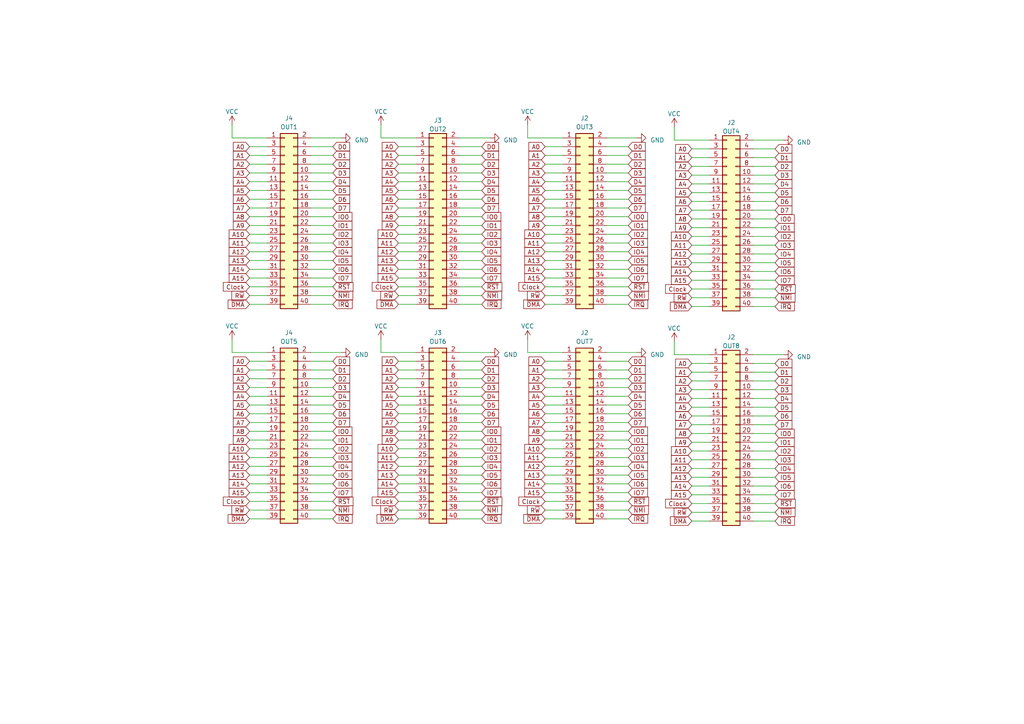
<source format=kicad_sch>
(kicad_sch (version 20230121) (generator eeschema)
  (paper "A4")
  (wire (pts (xy 90.17 142.875) (xy 96.52 142.875)))
  (wire (pts (xy 67.31 98.425) (xy 67.31 102.235)))
  (wire (pts (xy 90.17 55.245) (xy 96.52 55.245)))
  (wire (pts (xy 200.66 66.04) (xy 205.74 66.04)))
  (wire (pts (xy 133.35 142.875) (xy 139.7 142.875)))
  (wire (pts (xy 72.39 127.635) (xy 77.47 127.635)))
  (wire (pts (xy 218.44 78.74) (xy 224.79 78.74)))
  (wire (pts (xy 158.115 57.785) (xy 163.195 57.785)))
  (wire (pts (xy 153.035 36.195) (xy 153.035 40.005)))
  (wire (pts (xy 72.39 120.015) (xy 77.47 120.015)))
  (wire (pts (xy 158.115 117.475) (xy 163.195 117.475)))
  (wire (pts (xy 175.895 135.255) (xy 182.245 135.255)))
  (wire (pts (xy 90.17 65.405) (xy 96.52 65.405)))
  (wire (pts (xy 218.44 118.11) (xy 224.79 118.11)))
  (wire (pts (xy 200.66 60.96) (xy 205.74 60.96)))
  (wire (pts (xy 175.895 78.105) (xy 182.245 78.105)))
  (wire (pts (xy 195.58 99.06) (xy 195.58 102.87)))
  (wire (pts (xy 200.66 110.49) (xy 205.74 110.49)))
  (wire (pts (xy 133.35 83.185) (xy 139.7 83.185)))
  (wire (pts (xy 90.17 60.325) (xy 96.52 60.325)))
  (wire (pts (xy 175.895 42.545) (xy 182.245 42.545)))
  (wire (pts (xy 72.39 137.795) (xy 77.47 137.795)))
  (wire (pts (xy 133.35 120.015) (xy 139.7 120.015)))
  (wire (pts (xy 72.39 62.865) (xy 77.47 62.865)))
  (wire (pts (xy 200.66 71.12) (xy 205.74 71.12)))
  (wire (pts (xy 218.44 113.03) (xy 224.79 113.03)))
  (wire (pts (xy 175.895 57.785) (xy 182.245 57.785)))
  (wire (pts (xy 115.57 145.415) (xy 120.65 145.415)))
  (wire (pts (xy 175.895 150.495) (xy 182.245 150.495)))
  (wire (pts (xy 158.115 55.245) (xy 163.195 55.245)))
  (wire (pts (xy 90.17 70.485) (xy 96.52 70.485)))
  (wire (pts (xy 90.17 104.775) (xy 96.52 104.775)))
  (wire (pts (xy 90.17 117.475) (xy 96.52 117.475)))
  (wire (pts (xy 133.35 107.315) (xy 139.7 107.315)))
  (wire (pts (xy 158.115 107.315) (xy 163.195 107.315)))
  (wire (pts (xy 133.35 150.495) (xy 139.7 150.495)))
  (wire (pts (xy 133.35 62.865) (xy 139.7 62.865)))
  (wire (pts (xy 200.66 107.95) (xy 205.74 107.95)))
  (wire (pts (xy 115.57 125.095) (xy 120.65 125.095)))
  (wire (pts (xy 72.39 47.625) (xy 77.47 47.625)))
  (wire (pts (xy 90.17 78.105) (xy 96.52 78.105)))
  (wire (pts (xy 115.57 114.935) (xy 120.65 114.935)))
  (wire (pts (xy 200.66 138.43) (xy 205.74 138.43)))
  (wire (pts (xy 115.57 73.025) (xy 120.65 73.025)))
  (wire (pts (xy 90.17 114.935) (xy 96.52 114.935)))
  (wire (pts (xy 200.66 151.13) (xy 205.74 151.13)))
  (wire (pts (xy 115.57 78.105) (xy 120.65 78.105)))
  (wire (pts (xy 153.035 98.425) (xy 153.035 102.235)))
  (wire (pts (xy 158.115 135.255) (xy 163.195 135.255)))
  (wire (pts (xy 72.39 45.085) (xy 77.47 45.085)))
  (wire (pts (xy 158.115 120.015) (xy 163.195 120.015)))
  (wire (pts (xy 115.57 127.635) (xy 120.65 127.635)))
  (wire (pts (xy 72.39 88.265) (xy 77.47 88.265)))
  (wire (pts (xy 133.35 125.095) (xy 139.7 125.095)))
  (wire (pts (xy 175.895 112.395) (xy 182.245 112.395)))
  (wire (pts (xy 72.39 67.945) (xy 77.47 67.945)))
  (wire (pts (xy 133.35 122.555) (xy 139.7 122.555)))
  (wire (pts (xy 133.35 67.945) (xy 139.7 67.945)))
  (wire (pts (xy 133.35 112.395) (xy 139.7 112.395)))
  (wire (pts (xy 218.44 140.97) (xy 224.79 140.97)))
  (wire (pts (xy 115.57 140.335) (xy 120.65 140.335)))
  (wire (pts (xy 175.895 83.185) (xy 182.245 83.185)))
  (wire (pts (xy 90.17 109.855) (xy 96.52 109.855)))
  (wire (pts (xy 133.35 50.165) (xy 139.7 50.165)))
  (wire (pts (xy 218.44 115.57) (xy 224.79 115.57)))
  (wire (pts (xy 175.895 114.935) (xy 182.245 114.935)))
  (wire (pts (xy 175.895 107.315) (xy 182.245 107.315)))
  (wire (pts (xy 158.115 145.415) (xy 163.195 145.415)))
  (wire (pts (xy 158.115 109.855) (xy 163.195 109.855)))
  (wire (pts (xy 90.17 145.415) (xy 96.52 145.415)))
  (wire (pts (xy 90.17 73.025) (xy 96.52 73.025)))
  (wire (pts (xy 200.66 125.73) (xy 205.74 125.73)))
  (wire (pts (xy 227.33 102.87) (xy 218.44 102.87)))
  (wire (pts (xy 200.66 58.42) (xy 205.74 58.42)))
  (wire (pts (xy 133.35 147.955) (xy 139.7 147.955)))
  (wire (pts (xy 67.31 40.005) (xy 77.47 40.005)))
  (wire (pts (xy 72.39 109.855) (xy 77.47 109.855)))
  (wire (pts (xy 72.39 112.395) (xy 77.47 112.395)))
  (wire (pts (xy 175.895 132.715) (xy 182.245 132.715)))
  (wire (pts (xy 200.66 50.8) (xy 205.74 50.8)))
  (wire (pts (xy 115.57 47.625) (xy 120.65 47.625)))
  (wire (pts (xy 200.66 130.81) (xy 205.74 130.81)))
  (wire (pts (xy 175.895 45.085) (xy 182.245 45.085)))
  (wire (pts (xy 90.17 132.715) (xy 96.52 132.715)))
  (wire (pts (xy 115.57 85.725) (xy 120.65 85.725)))
  (wire (pts (xy 115.57 135.255) (xy 120.65 135.255)))
  (wire (pts (xy 158.115 60.325) (xy 163.195 60.325)))
  (wire (pts (xy 90.17 112.395) (xy 96.52 112.395)))
  (wire (pts (xy 133.35 130.175) (xy 139.7 130.175)))
  (wire (pts (xy 90.17 75.565) (xy 96.52 75.565)))
  (wire (pts (xy 115.57 42.545) (xy 120.65 42.545)))
  (wire (pts (xy 158.115 73.025) (xy 163.195 73.025)))
  (wire (pts (xy 133.35 57.785) (xy 139.7 57.785)))
  (wire (pts (xy 175.895 88.265) (xy 182.245 88.265)))
  (wire (pts (xy 158.115 122.555) (xy 163.195 122.555)))
  (wire (pts (xy 72.39 73.025) (xy 77.47 73.025)))
  (wire (pts (xy 218.44 71.12) (xy 224.79 71.12)))
  (wire (pts (xy 158.115 83.185) (xy 163.195 83.185)))
  (wire (pts (xy 218.44 105.41) (xy 224.79 105.41)))
  (wire (pts (xy 158.115 42.545) (xy 163.195 42.545)))
  (wire (pts (xy 133.35 45.085) (xy 139.7 45.085)))
  (wire (pts (xy 115.57 65.405) (xy 120.65 65.405)))
  (wire (pts (xy 158.115 85.725) (xy 163.195 85.725)))
  (wire (pts (xy 200.66 146.05) (xy 205.74 146.05)))
  (wire (pts (xy 200.66 120.65) (xy 205.74 120.65)))
  (wire (pts (xy 218.44 43.18) (xy 224.79 43.18)))
  (wire (pts (xy 175.895 109.855) (xy 182.245 109.855)))
  (wire (pts (xy 175.895 147.955) (xy 182.245 147.955)))
  (wire (pts (xy 90.17 80.645) (xy 96.52 80.645)))
  (wire (pts (xy 158.115 150.495) (xy 163.195 150.495)))
  (wire (pts (xy 133.35 117.475) (xy 139.7 117.475)))
  (wire (pts (xy 133.35 78.105) (xy 139.7 78.105)))
  (wire (pts (xy 218.44 53.34) (xy 224.79 53.34)))
  (wire (pts (xy 175.895 137.795) (xy 182.245 137.795)))
  (wire (pts (xy 200.66 78.74) (xy 205.74 78.74)))
  (wire (pts (xy 115.57 109.855) (xy 120.65 109.855)))
  (wire (pts (xy 110.49 102.235) (xy 120.65 102.235)))
  (wire (pts (xy 175.895 55.245) (xy 182.245 55.245)))
  (wire (pts (xy 115.57 67.945) (xy 120.65 67.945)))
  (wire (pts (xy 158.115 62.865) (xy 163.195 62.865)))
  (wire (pts (xy 175.895 65.405) (xy 182.245 65.405)))
  (wire (pts (xy 200.66 148.59) (xy 205.74 148.59)))
  (wire (pts (xy 133.35 55.245) (xy 139.7 55.245)))
  (wire (pts (xy 175.895 127.635) (xy 182.245 127.635)))
  (wire (pts (xy 90.17 107.315) (xy 96.52 107.315)))
  (wire (pts (xy 218.44 143.51) (xy 224.79 143.51)))
  (wire (pts (xy 90.17 130.175) (xy 96.52 130.175)))
  (wire (pts (xy 158.115 140.335) (xy 163.195 140.335)))
  (wire (pts (xy 72.39 147.955) (xy 77.47 147.955)))
  (wire (pts (xy 218.44 151.13) (xy 224.79 151.13)))
  (wire (pts (xy 90.17 150.495) (xy 96.52 150.495)))
  (wire (pts (xy 72.39 150.495) (xy 77.47 150.495)))
  (wire (pts (xy 99.06 102.235) (xy 90.17 102.235)))
  (wire (pts (xy 175.895 50.165) (xy 182.245 50.165)))
  (wire (pts (xy 158.115 75.565) (xy 163.195 75.565)))
  (wire (pts (xy 72.39 135.255) (xy 77.47 135.255)))
  (wire (pts (xy 72.39 140.335) (xy 77.47 140.335)))
  (wire (pts (xy 115.57 52.705) (xy 120.65 52.705)))
  (wire (pts (xy 90.17 42.545) (xy 96.52 42.545)))
  (wire (pts (xy 72.39 70.485) (xy 77.47 70.485)))
  (wire (pts (xy 200.66 115.57) (xy 205.74 115.57)))
  (wire (pts (xy 115.57 150.495) (xy 120.65 150.495)))
  (wire (pts (xy 200.66 43.18) (xy 205.74 43.18)))
  (wire (pts (xy 184.785 40.005) (xy 175.895 40.005)))
  (wire (pts (xy 72.39 125.095) (xy 77.47 125.095)))
  (wire (pts (xy 158.115 127.635) (xy 163.195 127.635)))
  (wire (pts (xy 115.57 50.165) (xy 120.65 50.165)))
  (wire (pts (xy 200.66 140.97) (xy 205.74 140.97)))
  (wire (pts (xy 90.17 147.955) (xy 96.52 147.955)))
  (wire (pts (xy 72.39 107.315) (xy 77.47 107.315)))
  (wire (pts (xy 133.35 137.795) (xy 139.7 137.795)))
  (wire (pts (xy 200.66 86.36) (xy 205.74 86.36)))
  (wire (pts (xy 90.17 52.705) (xy 96.52 52.705)))
  (wire (pts (xy 133.35 109.855) (xy 139.7 109.855)))
  (wire (pts (xy 200.66 73.66) (xy 205.74 73.66)))
  (wire (pts (xy 158.115 130.175) (xy 163.195 130.175)))
  (wire (pts (xy 200.66 48.26) (xy 205.74 48.26)))
  (wire (pts (xy 133.35 47.625) (xy 139.7 47.625)))
  (wire (pts (xy 115.57 70.485) (xy 120.65 70.485)))
  (wire (pts (xy 90.17 122.555) (xy 96.52 122.555)))
  (wire (pts (xy 133.35 70.485) (xy 139.7 70.485)))
  (wire (pts (xy 133.35 104.775) (xy 139.7 104.775)))
  (wire (pts (xy 200.66 45.72) (xy 205.74 45.72)))
  (wire (pts (xy 133.35 42.545) (xy 139.7 42.545)))
  (wire (pts (xy 218.44 50.8) (xy 224.79 50.8)))
  (wire (pts (xy 115.57 107.315) (xy 120.65 107.315)))
  (wire (pts (xy 115.57 62.865) (xy 120.65 62.865)))
  (wire (pts (xy 133.35 65.405) (xy 139.7 65.405)))
  (wire (pts (xy 200.66 55.88) (xy 205.74 55.88)))
  (wire (pts (xy 72.39 78.105) (xy 77.47 78.105)))
  (wire (pts (xy 175.895 47.625) (xy 182.245 47.625)))
  (wire (pts (xy 200.66 76.2) (xy 205.74 76.2)))
  (wire (pts (xy 200.66 143.51) (xy 205.74 143.51)))
  (wire (pts (xy 115.57 57.785) (xy 120.65 57.785)))
  (wire (pts (xy 90.17 137.795) (xy 96.52 137.795)))
  (wire (pts (xy 200.66 113.03) (xy 205.74 113.03)))
  (wire (pts (xy 72.39 117.475) (xy 77.47 117.475)))
  (wire (pts (xy 115.57 147.955) (xy 120.65 147.955)))
  (wire (pts (xy 115.57 117.475) (xy 120.65 117.475)))
  (wire (pts (xy 158.115 67.945) (xy 163.195 67.945)))
  (wire (pts (xy 142.24 102.235) (xy 133.35 102.235)))
  (wire (pts (xy 133.35 140.335) (xy 139.7 140.335)))
  (wire (pts (xy 115.57 130.175) (xy 120.65 130.175)))
  (wire (pts (xy 133.35 60.325) (xy 139.7 60.325)))
  (wire (pts (xy 90.17 127.635) (xy 96.52 127.635)))
  (wire (pts (xy 175.895 73.025) (xy 182.245 73.025)))
  (wire (pts (xy 115.57 83.185) (xy 120.65 83.185)))
  (wire (pts (xy 72.39 142.875) (xy 77.47 142.875)))
  (wire (pts (xy 200.66 53.34) (xy 205.74 53.34)))
  (wire (pts (xy 115.57 75.565) (xy 120.65 75.565)))
  (wire (pts (xy 115.57 120.015) (xy 120.65 120.015)))
  (wire (pts (xy 115.57 132.715) (xy 120.65 132.715)))
  (wire (pts (xy 158.115 132.715) (xy 163.195 132.715)))
  (wire (pts (xy 218.44 107.95) (xy 224.79 107.95)))
  (wire (pts (xy 115.57 112.395) (xy 120.65 112.395)))
  (wire (pts (xy 175.895 75.565) (xy 182.245 75.565)))
  (wire (pts (xy 72.39 130.175) (xy 77.47 130.175)))
  (wire (pts (xy 175.895 52.705) (xy 182.245 52.705)))
  (wire (pts (xy 218.44 148.59) (xy 224.79 148.59)))
  (wire (pts (xy 218.44 58.42) (xy 224.79 58.42)))
  (wire (pts (xy 72.39 83.185) (xy 77.47 83.185)))
  (wire (pts (xy 175.895 60.325) (xy 182.245 60.325)))
  (wire (pts (xy 133.35 73.025) (xy 139.7 73.025)))
  (wire (pts (xy 115.57 55.245) (xy 120.65 55.245)))
  (wire (pts (xy 218.44 81.28) (xy 224.79 81.28)))
  (wire (pts (xy 72.39 132.715) (xy 77.47 132.715)))
  (wire (pts (xy 110.49 36.195) (xy 110.49 40.005)))
  (wire (pts (xy 200.66 133.35) (xy 205.74 133.35)))
  (wire (pts (xy 133.35 145.415) (xy 139.7 145.415)))
  (wire (pts (xy 72.39 52.705) (xy 77.47 52.705)))
  (wire (pts (xy 90.17 140.335) (xy 96.52 140.335)))
  (wire (pts (xy 200.66 63.5) (xy 205.74 63.5)))
  (wire (pts (xy 72.39 85.725) (xy 77.47 85.725)))
  (wire (pts (xy 175.895 145.415) (xy 182.245 145.415)))
  (wire (pts (xy 175.895 120.015) (xy 182.245 120.015)))
  (wire (pts (xy 218.44 135.89) (xy 224.79 135.89)))
  (wire (pts (xy 133.35 114.935) (xy 139.7 114.935)))
  (wire (pts (xy 90.17 50.165) (xy 96.52 50.165)))
  (wire (pts (xy 200.66 83.82) (xy 205.74 83.82)))
  (wire (pts (xy 175.895 117.475) (xy 182.245 117.475)))
  (wire (pts (xy 175.895 70.485) (xy 182.245 70.485)))
  (wire (pts (xy 200.66 135.89) (xy 205.74 135.89)))
  (wire (pts (xy 218.44 146.05) (xy 224.79 146.05)))
  (wire (pts (xy 90.17 57.785) (xy 96.52 57.785)))
  (wire (pts (xy 72.39 60.325) (xy 77.47 60.325)))
  (wire (pts (xy 67.31 36.195) (xy 67.31 40.005)))
  (wire (pts (xy 200.66 105.41) (xy 205.74 105.41)))
  (wire (pts (xy 90.17 135.255) (xy 96.52 135.255)))
  (wire (pts (xy 115.57 60.325) (xy 120.65 60.325)))
  (wire (pts (xy 153.035 40.005) (xy 163.195 40.005)))
  (wire (pts (xy 195.58 102.87) (xy 205.74 102.87)))
  (wire (pts (xy 200.66 118.11) (xy 205.74 118.11)))
  (wire (pts (xy 218.44 130.81) (xy 224.79 130.81)))
  (wire (pts (xy 158.115 104.775) (xy 163.195 104.775)))
  (wire (pts (xy 227.33 40.64) (xy 218.44 40.64)))
  (wire (pts (xy 72.39 65.405) (xy 77.47 65.405)))
  (wire (pts (xy 175.895 104.775) (xy 182.245 104.775)))
  (wire (pts (xy 218.44 133.35) (xy 224.79 133.35)))
  (wire (pts (xy 133.35 127.635) (xy 139.7 127.635)))
  (wire (pts (xy 133.35 75.565) (xy 139.7 75.565)))
  (wire (pts (xy 90.17 88.265) (xy 96.52 88.265)))
  (wire (pts (xy 72.39 104.775) (xy 77.47 104.775)))
  (wire (pts (xy 133.35 80.645) (xy 139.7 80.645)))
  (wire (pts (xy 175.895 80.645) (xy 182.245 80.645)))
  (wire (pts (xy 90.17 47.625) (xy 96.52 47.625)))
  (wire (pts (xy 133.35 135.255) (xy 139.7 135.255)))
  (wire (pts (xy 90.17 62.865) (xy 96.52 62.865)))
  (wire (pts (xy 110.49 98.425) (xy 110.49 102.235)))
  (wire (pts (xy 158.115 47.625) (xy 163.195 47.625)))
  (wire (pts (xy 158.115 125.095) (xy 163.195 125.095)))
  (wire (pts (xy 72.39 114.935) (xy 77.47 114.935)))
  (wire (pts (xy 133.35 88.265) (xy 139.7 88.265)))
  (wire (pts (xy 90.17 125.095) (xy 96.52 125.095)))
  (wire (pts (xy 115.57 122.555) (xy 120.65 122.555)))
  (wire (pts (xy 115.57 45.085) (xy 120.65 45.085)))
  (wire (pts (xy 72.39 75.565) (xy 77.47 75.565)))
  (wire (pts (xy 218.44 128.27) (xy 224.79 128.27)))
  (wire (pts (xy 175.895 67.945) (xy 182.245 67.945)))
  (wire (pts (xy 72.39 50.165) (xy 77.47 50.165)))
  (wire (pts (xy 158.115 80.645) (xy 163.195 80.645)))
  (wire (pts (xy 90.17 45.085) (xy 96.52 45.085)))
  (wire (pts (xy 142.24 40.005) (xy 133.35 40.005)))
  (wire (pts (xy 158.115 52.705) (xy 163.195 52.705)))
  (wire (pts (xy 200.66 68.58) (xy 205.74 68.58)))
  (wire (pts (xy 72.39 57.785) (xy 77.47 57.785)))
  (wire (pts (xy 90.17 67.945) (xy 96.52 67.945)))
  (wire (pts (xy 72.39 42.545) (xy 77.47 42.545)))
  (wire (pts (xy 218.44 68.58) (xy 224.79 68.58)))
  (wire (pts (xy 72.39 80.645) (xy 77.47 80.645)))
  (wire (pts (xy 200.66 128.27) (xy 205.74 128.27)))
  (wire (pts (xy 158.115 137.795) (xy 163.195 137.795)))
  (wire (pts (xy 158.115 142.875) (xy 163.195 142.875)))
  (wire (pts (xy 200.66 123.19) (xy 205.74 123.19)))
  (wire (pts (xy 133.35 52.705) (xy 139.7 52.705)))
  (wire (pts (xy 200.66 88.9) (xy 205.74 88.9)))
  (wire (pts (xy 195.58 36.83) (xy 195.58 40.64)))
  (wire (pts (xy 158.115 114.935) (xy 163.195 114.935)))
  (wire (pts (xy 90.17 85.725) (xy 96.52 85.725)))
  (wire (pts (xy 218.44 86.36) (xy 224.79 86.36)))
  (wire (pts (xy 218.44 60.96) (xy 224.79 60.96)))
  (wire (pts (xy 175.895 62.865) (xy 182.245 62.865)))
  (wire (pts (xy 72.39 55.245) (xy 77.47 55.245)))
  (wire (pts (xy 218.44 66.04) (xy 224.79 66.04)))
  (wire (pts (xy 218.44 83.82) (xy 224.79 83.82)))
  (wire (pts (xy 218.44 138.43) (xy 224.79 138.43)))
  (wire (pts (xy 218.44 88.9) (xy 224.79 88.9)))
  (wire (pts (xy 158.115 65.405) (xy 163.195 65.405)))
  (wire (pts (xy 158.115 88.265) (xy 163.195 88.265)))
  (wire (pts (xy 218.44 55.88) (xy 224.79 55.88)))
  (wire (pts (xy 115.57 88.265) (xy 120.65 88.265)))
  (wire (pts (xy 218.44 110.49) (xy 224.79 110.49)))
  (wire (pts (xy 218.44 125.73) (xy 224.79 125.73)))
  (wire (pts (xy 218.44 48.26) (xy 224.79 48.26)))
  (wire (pts (xy 115.57 142.875) (xy 120.65 142.875)))
  (wire (pts (xy 175.895 130.175) (xy 182.245 130.175)))
  (wire (pts (xy 158.115 70.485) (xy 163.195 70.485)))
  (wire (pts (xy 133.35 85.725) (xy 139.7 85.725)))
  (wire (pts (xy 218.44 45.72) (xy 224.79 45.72)))
  (wire (pts (xy 175.895 125.095) (xy 182.245 125.095)))
  (wire (pts (xy 72.39 145.415) (xy 77.47 145.415)))
  (wire (pts (xy 175.895 140.335) (xy 182.245 140.335)))
  (wire (pts (xy 99.06 40.005) (xy 90.17 40.005)))
  (wire (pts (xy 218.44 123.19) (xy 224.79 123.19)))
  (wire (pts (xy 175.895 85.725) (xy 182.245 85.725)))
  (wire (pts (xy 153.035 102.235) (xy 163.195 102.235)))
  (wire (pts (xy 158.115 45.085) (xy 163.195 45.085)))
  (wire (pts (xy 158.115 112.395) (xy 163.195 112.395)))
  (wire (pts (xy 115.57 80.645) (xy 120.65 80.645)))
  (wire (pts (xy 158.115 78.105) (xy 163.195 78.105)))
  (wire (pts (xy 195.58 40.64) (xy 205.74 40.64)))
  (wire (pts (xy 218.44 120.65) (xy 224.79 120.65)))
  (wire (pts (xy 184.785 102.235) (xy 175.895 102.235)))
  (wire (pts (xy 90.17 120.015) (xy 96.52 120.015)))
  (wire (pts (xy 158.115 147.955) (xy 163.195 147.955)))
  (wire (pts (xy 115.57 104.775) (xy 120.65 104.775)))
  (wire (pts (xy 218.44 76.2) (xy 224.79 76.2)))
  (wire (pts (xy 72.39 122.555) (xy 77.47 122.555)))
  (wire (pts (xy 218.44 73.66) (xy 224.79 73.66)))
  (wire (pts (xy 218.44 63.5) (xy 224.79 63.5)))
  (wire (pts (xy 175.895 122.555) (xy 182.245 122.555)))
  (wire (pts (xy 158.115 50.165) (xy 163.195 50.165)))
  (wire (pts (xy 67.31 102.235) (xy 77.47 102.235)))
  (wire (pts (xy 133.35 132.715) (xy 139.7 132.715)))
  (wire (pts (xy 175.895 142.875) (xy 182.245 142.875)))
  (wire (pts (xy 90.17 83.185) (xy 96.52 83.185)))
  (wire (pts (xy 200.66 81.28) (xy 205.74 81.28)))
  (wire (pts (xy 115.57 137.795) (xy 120.65 137.795)))
  (wire (pts (xy 110.49 40.005) (xy 120.65 40.005)))
  (global_label "IO7" (shape input) (at 182.245 80.645 0) (property "Intersheetrefs" "${INTERSHEET_REFS}" (effects hide)))
  (global_label "A5" (shape input) (at 158.115 55.245 180) (property "Intersheetrefs" "${INTERSHEET_REFS}" (effects hide)))
  (global_label "A12" (shape input) (at 200.66 73.66 180) (property "Intersheetrefs" "${INTERSHEET_REFS}" (effects hide)))
  (global_label "IO4" (shape input) (at 224.79 73.66 0) (property "Intersheetrefs" "${INTERSHEET_REFS}" (effects hide)))
  (global_label "D1" (shape input) (at 139.7 45.085 0) (property "Intersheetrefs" "${INTERSHEET_REFS}" (effects hide)))
  (global_label "A10" (shape input) (at 158.115 67.945 180) (property "Intersheetrefs" "${INTERSHEET_REFS}" (effects hide)))
  (global_label "R~{W}" (shape input) (at 72.39 147.955 180) (property "Intersheetrefs" "${INTERSHEET_REFS}" (effects hide)))
  (global_label "A10" (shape input) (at 200.66 68.58 180) (property "Intersheetrefs" "${INTERSHEET_REFS}" (effects hide)))
  (global_label "D7" (shape input) (at 182.245 122.555 0) (property "Intersheetrefs" "${INTERSHEET_REFS}" (effects hide)))
  (global_label "A12" (shape input) (at 158.115 135.255 180) (property "Intersheetrefs" "${INTERSHEET_REFS}" (effects hide)))
  (global_label "D4" (shape input) (at 182.245 52.705 0) (property "Intersheetrefs" "${INTERSHEET_REFS}" (effects hide)))
  (global_label "A11" (shape input) (at 72.39 132.715 180) (property "Intersheetrefs" "${INTERSHEET_REFS}" (effects hide)))
  (global_label "IO6" (shape input) (at 96.52 140.335 0) (property "Intersheetrefs" "${INTERSHEET_REFS}" (effects hide)))
  (global_label "IO4" (shape input) (at 224.79 135.89 0) (property "Intersheetrefs" "${INTERSHEET_REFS}" (effects hide)))
  (global_label "Clock" (shape input) (at 72.39 83.185 180) (property "Intersheetrefs" "${INTERSHEET_REFS}" (effects hide)))
  (global_label "IO3" (shape input) (at 224.79 133.35 0) (property "Intersheetrefs" "${INTERSHEET_REFS}" (effects hide)))
  (global_label "~{RST}" (shape input) (at 182.245 145.415 0) (property "Intersheetrefs" "${INTERSHEET_REFS}" (effects hide)))
  (global_label "IO6" (shape input) (at 139.7 78.105 0) (property "Intersheetrefs" "${INTERSHEET_REFS}" (effects hide)))
  (global_label "R~{W}" (shape input) (at 115.57 85.725 180) (property "Intersheetrefs" "${INTERSHEET_REFS}" (effects hide)))
  (global_label "A15" (shape input) (at 72.39 142.875 180) (property "Intersheetrefs" "${INTERSHEET_REFS}" (effects hide)))
  (global_label "IO3" (shape input) (at 139.7 70.485 0) (property "Intersheetrefs" "${INTERSHEET_REFS}" (effects hide)))
  (global_label "IO6" (shape input) (at 224.79 78.74 0) (property "Intersheetrefs" "${INTERSHEET_REFS}" (effects hide)))
  (global_label "IO5" (shape input) (at 224.79 138.43 0) (property "Intersheetrefs" "${INTERSHEET_REFS}" (effects hide)))
  (global_label "A7" (shape input) (at 72.39 122.555 180) (property "Intersheetrefs" "${INTERSHEET_REFS}" (effects hide)))
  (global_label "D6" (shape input) (at 182.245 120.015 0) (property "Intersheetrefs" "${INTERSHEET_REFS}" (effects hide)))
  (global_label "A13" (shape input) (at 158.115 137.795 180) (property "Intersheetrefs" "${INTERSHEET_REFS}" (effects hide)))
  (global_label "IO6" (shape input) (at 182.245 78.105 0) (property "Intersheetrefs" "${INTERSHEET_REFS}" (effects hide)))
  (global_label "A5" (shape input) (at 72.39 117.475 180) (property "Intersheetrefs" "${INTERSHEET_REFS}" (effects hide)))
  (global_label "D5" (shape input) (at 139.7 117.475 0) (property "Intersheetrefs" "${INTERSHEET_REFS}" (effects hide)))
  (global_label "D6" (shape input) (at 96.52 57.785 0) (property "Intersheetrefs" "${INTERSHEET_REFS}" (effects hide)))
  (global_label "~{IRQ}" (shape input) (at 96.52 88.265 0) (property "Intersheetrefs" "${INTERSHEET_REFS}" (effects hide)))
  (global_label "~{RST}" (shape input) (at 182.245 83.185 0) (property "Intersheetrefs" "${INTERSHEET_REFS}" (effects hide)))
  (global_label "IO1" (shape input) (at 96.52 65.405 0) (property "Intersheetrefs" "${INTERSHEET_REFS}" (effects hide)))
  (global_label "A0" (shape input) (at 72.39 104.775 180) (property "Intersheetrefs" "${INTERSHEET_REFS}" (effects hide)))
  (global_label "A7" (shape input) (at 158.115 122.555 180) (property "Intersheetrefs" "${INTERSHEET_REFS}" (effects hide)))
  (global_label "D5" (shape input) (at 96.52 117.475 0) (property "Intersheetrefs" "${INTERSHEET_REFS}" (effects hide)))
  (global_label "IO7" (shape input) (at 139.7 142.875 0) (property "Intersheetrefs" "${INTERSHEET_REFS}" (effects hide)))
  (global_label "A12" (shape input) (at 72.39 135.255 180) (property "Intersheetrefs" "${INTERSHEET_REFS}" (effects hide)))
  (global_label "A9" (shape input) (at 72.39 127.635 180) (property "Intersheetrefs" "${INTERSHEET_REFS}" (effects hide)))
  (global_label "A14" (shape input) (at 115.57 140.335 180) (property "Intersheetrefs" "${INTERSHEET_REFS}" (effects hide)))
  (global_label "IO7" (shape input) (at 182.245 142.875 0) (property "Intersheetrefs" "${INTERSHEET_REFS}" (effects hide)))
  (global_label "IO0" (shape input) (at 139.7 125.095 0) (property "Intersheetrefs" "${INTERSHEET_REFS}" (effects hide)))
  (global_label "IO0" (shape input) (at 139.7 62.865 0) (property "Intersheetrefs" "${INTERSHEET_REFS}" (effects hide)))
  (global_label "IO6" (shape input) (at 182.245 140.335 0) (property "Intersheetrefs" "${INTERSHEET_REFS}" (effects hide)))
  (global_label "~{NMI}" (shape input) (at 96.52 85.725 0) (property "Intersheetrefs" "${INTERSHEET_REFS}" (effects hide)))
  (global_label "A1" (shape input) (at 158.115 45.085 180) (property "Intersheetrefs" "${INTERSHEET_REFS}" (effects hide)))
  (global_label "~{RST}" (shape input) (at 96.52 145.415 0) (property "Intersheetrefs" "${INTERSHEET_REFS}" (effects hide)))
  (global_label "~{RST}" (shape input) (at 224.79 146.05 0) (property "Intersheetrefs" "${INTERSHEET_REFS}" (effects hide)))
  (global_label "D0" (shape input) (at 224.79 43.18 0) (property "Intersheetrefs" "${INTERSHEET_REFS}" (effects hide)))
  (global_label "D7" (shape input) (at 224.79 123.19 0) (property "Intersheetrefs" "${INTERSHEET_REFS}" (effects hide)))
  (global_label "Clock" (shape input) (at 200.66 83.82 180) (property "Intersheetrefs" "${INTERSHEET_REFS}" (effects hide)))
  (global_label "D7" (shape input) (at 139.7 122.555 0) (property "Intersheetrefs" "${INTERSHEET_REFS}" (effects hide)))
  (global_label "D4" (shape input) (at 224.79 115.57 0) (property "Intersheetrefs" "${INTERSHEET_REFS}" (effects hide)))
  (global_label "A12" (shape input) (at 115.57 73.025 180) (property "Intersheetrefs" "${INTERSHEET_REFS}" (effects hide)))
  (global_label "IO6" (shape input) (at 139.7 140.335 0) (property "Intersheetrefs" "${INTERSHEET_REFS}" (effects hide)))
  (global_label "A10" (shape input) (at 72.39 130.175 180) (property "Intersheetrefs" "${INTERSHEET_REFS}" (effects hide)))
  (global_label "A7" (shape input) (at 115.57 60.325 180) (property "Intersheetrefs" "${INTERSHEET_REFS}" (effects hide)))
  (global_label "IO0" (shape input) (at 224.79 125.73 0) (property "Intersheetrefs" "${INTERSHEET_REFS}" (effects hide)))
  (global_label "A11" (shape input) (at 158.115 70.485 180) (property "Intersheetrefs" "${INTERSHEET_REFS}" (effects hide)))
  (global_label "A8" (shape input) (at 158.115 62.865 180) (property "Intersheetrefs" "${INTERSHEET_REFS}" (effects hide)))
  (global_label "D6" (shape input) (at 224.79 120.65 0) (property "Intersheetrefs" "${INTERSHEET_REFS}" (effects hide)))
  (global_label "~{IRQ}" (shape input) (at 224.79 151.13 0) (property "Intersheetrefs" "${INTERSHEET_REFS}" (effects hide)))
  (global_label "A13" (shape input) (at 115.57 75.565 180) (property "Intersheetrefs" "${INTERSHEET_REFS}" (effects hide)))
  (global_label "IO1" (shape input) (at 224.79 128.27 0) (property "Intersheetrefs" "${INTERSHEET_REFS}" (effects hide)))
  (global_label "D1" (shape input) (at 96.52 107.315 0) (property "Intersheetrefs" "${INTERSHEET_REFS}" (effects hide)))
  (global_label "D3" (shape input) (at 139.7 112.395 0) (property "Intersheetrefs" "${INTERSHEET_REFS}" (effects hide)))
  (global_label "A14" (shape input) (at 72.39 78.105 180) (property "Intersheetrefs" "${INTERSHEET_REFS}" (effects hide)))
  (global_label "A10" (shape input) (at 72.39 67.945 180) (property "Intersheetrefs" "${INTERSHEET_REFS}" (effects hide)))
  (global_label "D4" (shape input) (at 96.52 114.935 0) (property "Intersheetrefs" "${INTERSHEET_REFS}" (effects hide)))
  (global_label "Clock" (shape input) (at 158.115 145.415 180) (property "Intersheetrefs" "${INTERSHEET_REFS}" (effects hide)))
  (global_label "A9" (shape input) (at 115.57 127.635 180) (property "Intersheetrefs" "${INTERSHEET_REFS}" (effects hide)))
  (global_label "IO4" (shape input) (at 96.52 135.255 0) (property "Intersheetrefs" "${INTERSHEET_REFS}" (effects hide)))
  (global_label "A5" (shape input) (at 72.39 55.245 180) (property "Intersheetrefs" "${INTERSHEET_REFS}" (effects hide)))
  (global_label "A10" (shape input) (at 115.57 67.945 180) (property "Intersheetrefs" "${INTERSHEET_REFS}" (effects hide)))
  (global_label "D1" (shape input) (at 182.245 107.315 0) (property "Intersheetrefs" "${INTERSHEET_REFS}" (effects hide)))
  (global_label "~{IRQ}" (shape input) (at 139.7 150.495 0) (property "Intersheetrefs" "${INTERSHEET_REFS}" (effects hide)))
  (global_label "A3" (shape input) (at 200.66 50.8 180) (property "Intersheetrefs" "${INTERSHEET_REFS}" (effects hide)))
  (global_label "A11" (shape input) (at 200.66 133.35 180) (property "Intersheetrefs" "${INTERSHEET_REFS}" (effects hide)))
  (global_label "D7" (shape input) (at 139.7 60.325 0) (property "Intersheetrefs" "${INTERSHEET_REFS}" (effects hide)))
  (global_label "A3" (shape input) (at 115.57 112.395 180) (property "Intersheetrefs" "${INTERSHEET_REFS}" (effects hide)))
  (global_label "IO2" (shape input) (at 224.79 68.58 0) (property "Intersheetrefs" "${INTERSHEET_REFS}" (effects hide)))
  (global_label "A15" (shape input) (at 200.66 81.28 180) (property "Intersheetrefs" "${INTERSHEET_REFS}" (effects hide)))
  (global_label "IO5" (shape input) (at 224.79 76.2 0) (property "Intersheetrefs" "${INTERSHEET_REFS}" (effects hide)))
  (global_label "A10" (shape input) (at 115.57 130.175 180) (property "Intersheetrefs" "${INTERSHEET_REFS}" (effects hide)))
  (global_label "IO3" (shape input) (at 182.245 70.485 0) (property "Intersheetrefs" "${INTERSHEET_REFS}" (effects hide)))
  (global_label "IO1" (shape input) (at 96.52 127.635 0) (property "Intersheetrefs" "${INTERSHEET_REFS}" (effects hide)))
  (global_label "A5" (shape input) (at 158.115 117.475 180) (property "Intersheetrefs" "${INTERSHEET_REFS}" (effects hide)))
  (global_label "~{NMI}" (shape input) (at 96.52 147.955 0) (property "Intersheetrefs" "${INTERSHEET_REFS}" (effects hide)))
  (global_label "A3" (shape input) (at 72.39 112.395 180) (property "Intersheetrefs" "${INTERSHEET_REFS}" (effects hide)))
  (global_label "IO1" (shape input) (at 139.7 127.635 0) (property "Intersheetrefs" "${INTERSHEET_REFS}" (effects hide)))
  (global_label "A2" (shape input) (at 200.66 48.26 180) (property "Intersheetrefs" "${INTERSHEET_REFS}" (effects hide)))
  (global_label "D3" (shape input) (at 96.52 50.165 0) (property "Intersheetrefs" "${INTERSHEET_REFS}" (effects hide)))
  (global_label "D4" (shape input) (at 96.52 52.705 0) (property "Intersheetrefs" "${INTERSHEET_REFS}" (effects hide)))
  (global_label "A10" (shape input) (at 158.115 130.175 180) (property "Intersheetrefs" "${INTERSHEET_REFS}" (effects hide)))
  (global_label "R~{W}" (shape input) (at 158.115 147.955 180) (property "Intersheetrefs" "${INTERSHEET_REFS}" (effects hide)))
  (global_label "IO1" (shape input) (at 182.245 65.405 0) (property "Intersheetrefs" "${INTERSHEET_REFS}" (effects hide)))
  (global_label "A4" (shape input) (at 115.57 114.935 180) (property "Intersheetrefs" "${INTERSHEET_REFS}" (effects hide)))
  (global_label "A3" (shape input) (at 115.57 50.165 180) (property "Intersheetrefs" "${INTERSHEET_REFS}" (effects hide)))
  (global_label "IO7" (shape input) (at 224.79 143.51 0) (property "Intersheetrefs" "${INTERSHEET_REFS}" (effects hide)))
  (global_label "A12" (shape input) (at 158.115 73.025 180) (property "Intersheetrefs" "${INTERSHEET_REFS}" (effects hide)))
  (global_label "A6" (shape input) (at 158.115 57.785 180) (property "Intersheetrefs" "${INTERSHEET_REFS}" (effects hide)))
  (global_label "D1" (shape input) (at 224.79 107.95 0) (property "Intersheetrefs" "${INTERSHEET_REFS}" (effects hide)))
  (global_label "D5" (shape input) (at 139.7 55.245 0) (property "Intersheetrefs" "${INTERSHEET_REFS}" (effects hide)))
  (global_label "IO1" (shape input) (at 139.7 65.405 0) (property "Intersheetrefs" "${INTERSHEET_REFS}" (effects hide)))
  (global_label "A6" (shape input) (at 158.115 120.015 180) (property "Intersheetrefs" "${INTERSHEET_REFS}" (effects hide)))
  (global_label "A5" (shape input) (at 115.57 117.475 180) (property "Intersheetrefs" "${INTERSHEET_REFS}" (effects hide)))
  (global_label "D0" (shape input) (at 96.52 104.775 0) (property "Intersheetrefs" "${INTERSHEET_REFS}" (effects hide)))
  (global_label "Clock" (shape input) (at 158.115 83.185 180) (property "Intersheetrefs" "${INTERSHEET_REFS}" (effects hide)))
  (global_label "IO0" (shape input) (at 182.245 62.865 0) (property "Intersheetrefs" "${INTERSHEET_REFS}" (effects hide)))
  (global_label "IO3" (shape input) (at 96.52 70.485 0) (property "Intersheetrefs" "${INTERSHEET_REFS}" (effects hide)))
  (global_label "A8" (shape input) (at 72.39 62.865 180) (property "Intersheetrefs" "${INTERSHEET_REFS}" (effects hide)))
  (global_label "A14" (shape input) (at 200.66 78.74 180) (property "Intersheetrefs" "${INTERSHEET_REFS}" (effects hide)))
  (global_label "A15" (shape input) (at 158.115 80.645 180) (property "Intersheetrefs" "${INTERSHEET_REFS}" (effects hide)))
  (global_label "A6" (shape input) (at 200.66 120.65 180) (property "Intersheetrefs" "${INTERSHEET_REFS}" (effects hide)))
  (global_label "A2" (shape input) (at 72.39 47.625 180) (property "Intersheetrefs" "${INTERSHEET_REFS}" (effects hide)))
  (global_label "A13" (shape input) (at 72.39 137.795 180) (property "Intersheetrefs" "${INTERSHEET_REFS}" (effects hide)))
  (global_label "A9" (shape input) (at 115.57 65.405 180) (property "Intersheetrefs" "${INTERSHEET_REFS}" (effects hide)))
  (global_label "IO0" (shape input) (at 96.52 62.865 0) (property "Intersheetrefs" "${INTERSHEET_REFS}" (effects hide)))
  (global_label "IO7" (shape input) (at 96.52 80.645 0) (property "Intersheetrefs" "${INTERSHEET_REFS}" (effects hide)))
  (global_label "A7" (shape input) (at 200.66 123.19 180) (property "Intersheetrefs" "${INTERSHEET_REFS}" (effects hide)))
  (global_label "R~{W}" (shape input) (at 200.66 86.36 180) (property "Intersheetrefs" "${INTERSHEET_REFS}" (effects hide)))
  (global_label "A4" (shape input) (at 200.66 115.57 180) (property "Intersheetrefs" "${INTERSHEET_REFS}" (effects hide)))
  (global_label "A2" (shape input) (at 158.115 47.625 180) (property "Intersheetrefs" "${INTERSHEET_REFS}" (effects hide)))
  (global_label "~{IRQ}" (shape input) (at 224.79 88.9 0) (property "Intersheetrefs" "${INTERSHEET_REFS}" (effects hide)))
  (global_label "D2" (shape input) (at 96.52 109.855 0) (property "Intersheetrefs" "${INTERSHEET_REFS}" (effects hide)))
  (global_label "A7" (shape input) (at 200.66 60.96 180) (property "Intersheetrefs" "${INTERSHEET_REFS}" (effects hide)))
  (global_label "D5" (shape input) (at 224.79 55.88 0) (property "Intersheetrefs" "${INTERSHEET_REFS}" (effects hide)))
  (global_label "~{NMI}" (shape input) (at 182.245 147.955 0) (property "Intersheetrefs" "${INTERSHEET_REFS}" (effects hide)))
  (global_label "~{IRQ}" (shape input) (at 182.245 88.265 0) (property "Intersheetrefs" "${INTERSHEET_REFS}" (effects hide)))
  (global_label "A14" (shape input) (at 200.66 140.97 180) (property "Intersheetrefs" "${INTERSHEET_REFS}" (effects hide)))
  (global_label "A5" (shape input) (at 200.66 55.88 180) (property "Intersheetrefs" "${INTERSHEET_REFS}" (effects hide)))
  (global_label "D3" (shape input) (at 182.245 112.395 0) (property "Intersheetrefs" "${INTERSHEET_REFS}" (effects hide)))
  (global_label "A6" (shape input) (at 115.57 120.015 180) (property "Intersheetrefs" "${INTERSHEET_REFS}" (effects hide)))
  (global_label "IO4" (shape input) (at 96.52 73.025 0) (property "Intersheetrefs" "${INTERSHEET_REFS}" (effects hide)))
  (global_label "A3" (shape input) (at 158.115 50.165 180) (property "Intersheetrefs" "${INTERSHEET_REFS}" (effects hide)))
  (global_label "A5" (shape input) (at 115.57 55.245 180) (property "Intersheetrefs" "${INTERSHEET_REFS}" (effects hide)))
  (global_label "D4" (shape input) (at 139.7 52.705 0) (property "Intersheetrefs" "${INTERSHEET_REFS}" (effects hide)))
  (global_label "A1" (shape input) (at 72.39 107.315 180) (property "Intersheetrefs" "${INTERSHEET_REFS}" (effects hide)))
  (global_label "D0" (shape input) (at 139.7 104.775 0) (property "Intersheetrefs" "${INTERSHEET_REFS}" (effects hide)))
  (global_label "A6" (shape input) (at 115.57 57.785 180) (property "Intersheetrefs" "${INTERSHEET_REFS}" (effects hide)))
  (global_label "A12" (shape input) (at 115.57 135.255 180) (property "Intersheetrefs" "${INTERSHEET_REFS}" (effects hide)))
  (global_label "R~{W}" (shape input) (at 115.57 147.955 180) (property "Intersheetrefs" "${INTERSHEET_REFS}" (effects hide)))
  (global_label "D6" (shape input) (at 182.245 57.785 0) (property "Intersheetrefs" "${INTERSHEET_REFS}" (effects hide)))
  (global_label "D1" (shape input) (at 96.52 45.085 0) (property "Intersheetrefs" "${INTERSHEET_REFS}" (effects hide)))
  (global_label "IO3" (shape input) (at 139.7 132.715 0) (property "Intersheetrefs" "${INTERSHEET_REFS}" (effects hide)))
  (global_label "D6" (shape input) (at 139.7 57.785 0) (property "Intersheetrefs" "${INTERSHEET_REFS}" (effects hide)))
  (global_label "A4" (shape input) (at 72.39 52.705 180) (property "Intersheetrefs" "${INTERSHEET_REFS}" (effects hide)))
  (global_label "IO1" (shape input) (at 182.245 127.635 0) (property "Intersheetrefs" "${INTERSHEET_REFS}" (effects hide)))
  (global_label "IO2" (shape input) (at 182.245 67.945 0) (property "Intersheetrefs" "${INTERSHEET_REFS}" (effects hide)))
  (global_label "A8" (shape input) (at 72.39 125.095 180) (property "Intersheetrefs" "${INTERSHEET_REFS}" (effects hide)))
  (global_label "~{RST}" (shape input) (at 224.79 83.82 0) (property "Intersheetrefs" "${INTERSHEET_REFS}" (effects hide)))
  (global_label "IO3" (shape input) (at 224.79 71.12 0) (property "Intersheetrefs" "${INTERSHEET_REFS}" (effects hide)))
  (global_label "A2" (shape input) (at 72.39 109.855 180) (property "Intersheetrefs" "${INTERSHEET_REFS}" (effects hide)))
  (global_label "A4" (shape input) (at 72.39 114.935 180) (property "Intersheetrefs" "${INTERSHEET_REFS}" (effects hide)))
  (global_label "~{RST}" (shape input) (at 139.7 83.185 0) (property "Intersheetrefs" "${INTERSHEET_REFS}" (effects hide)))
  (global_label "A0" (shape input) (at 158.115 104.775 180) (property "Intersheetrefs" "${INTERSHEET_REFS}" (effects hide)))
  (global_label "A11" (shape input) (at 72.39 70.485 180) (property "Intersheetrefs" "${INTERSHEET_REFS}" (effects hide)))
  (global_label "A11" (shape input) (at 158.115 132.715 180) (property "Intersheetrefs" "${INTERSHEET_REFS}" (effects hide)))
  (global_label "IO2" (shape input) (at 182.245 130.175 0) (property "Intersheetrefs" "${INTERSHEET_REFS}" (effects hide)))
  (global_label "D5" (shape input) (at 182.245 55.245 0) (property "Intersheetrefs" "${INTERSHEET_REFS}" (effects hide)))
  (global_label "A15" (shape input) (at 115.57 80.645 180) (property "Intersheetrefs" "${INTERSHEET_REFS}" (effects hide)))
  (global_label "A10" (shape input) (at 200.66 130.81 180) (property "Intersheetrefs" "${INTERSHEET_REFS}" (effects hide)))
  (global_label "R~{W}" (shape input) (at 158.115 85.725 180) (property "Intersheetrefs" "${INTERSHEET_REFS}" (effects hide)))
  (global_label "~{NMI}" (shape input) (at 224.79 86.36 0) (property "Intersheetrefs" "${INTERSHEET_REFS}" (effects hide)))
  (global_label "A3" (shape input) (at 72.39 50.165 180) (property "Intersheetrefs" "${INTERSHEET_REFS}" (effects hide)))
  (global_label "D7" (shape input) (at 182.245 60.325 0) (property "Intersheetrefs" "${INTERSHEET_REFS}" (effects hide)))
  (global_label "D2" (shape input) (at 139.7 109.855 0) (property "Intersheetrefs" "${INTERSHEET_REFS}" (effects hide)))
  (global_label "IO5" (shape input) (at 182.245 137.795 0) (property "Intersheetrefs" "${INTERSHEET_REFS}" (effects hide)))
  (global_label "D0" (shape input) (at 182.245 42.545 0) (property "Intersheetrefs" "${INTERSHEET_REFS}" (effects hide)))
  (global_label "IO5" (shape input) (at 96.52 75.565 0) (property "Intersheetrefs" "${INTERSHEET_REFS}" (effects hide)))
  (global_label "D5" (shape input) (at 182.245 117.475 0) (property "Intersheetrefs" "${INTERSHEET_REFS}" (effects hide)))
  (global_label "D5" (shape input) (at 96.52 55.245 0) (property "Intersheetrefs" "${INTERSHEET_REFS}" (effects hide)))
  (global_label "A2" (shape input) (at 200.66 110.49 180) (property "Intersheetrefs" "${INTERSHEET_REFS}" (effects hide)))
  (global_label "D7" (shape input) (at 96.52 60.325 0) (property "Intersheetrefs" "${INTERSHEET_REFS}" (effects hide)))
  (global_label "A1" (shape input) (at 72.39 45.085 180) (property "Intersheetrefs" "${INTERSHEET_REFS}" (effects hide)))
  (global_label "A9" (shape input) (at 72.39 65.405 180) (property "Intersheetrefs" "${INTERSHEET_REFS}" (effects hide)))
  (global_label "~{RST}" (shape input) (at 96.52 83.185 0) (property "Intersheetrefs" "${INTERSHEET_REFS}" (effects hide)))
  (global_label "IO0" (shape input) (at 96.52 125.095 0) (property "Intersheetrefs" "${INTERSHEET_REFS}" (effects hide)))
  (global_label "IO1" (shape input) (at 224.79 66.04 0) (property "Intersheetrefs" "${INTERSHEET_REFS}" (effects hide)))
  (global_label "A3" (shape input) (at 158.115 112.395 180) (property "Intersheetrefs" "${INTERSHEET_REFS}" (effects hide)))
  (global_label "A1" (shape input) (at 200.66 107.95 180) (property "Intersheetrefs" "${INTERSHEET_REFS}" (effects hide)))
  (global_label "D0" (shape input) (at 139.7 42.545 0) (property "Intersheetrefs" "${INTERSHEET_REFS}" (effects hide)))
  (global_label "A3" (shape input) (at 200.66 113.03 180) (property "Intersheetrefs" "${INTERSHEET_REFS}" (effects hide)))
  (global_label "IO0" (shape input) (at 182.245 125.095 0) (property "Intersheetrefs" "${INTERSHEET_REFS}" (effects hide)))
  (global_label "A0" (shape input) (at 200.66 43.18 180) (property "Intersheetrefs" "${INTERSHEET_REFS}" (effects hide)))
  (global_label "A9" (shape input) (at 200.66 66.04 180) (property "Intersheetrefs" "${INTERSHEET_REFS}" (effects hide)))
  (global_label "A2" (shape input) (at 115.57 109.855 180) (property "Intersheetrefs" "${INTERSHEET_REFS}" (effects hide)))
  (global_label "IO2" (shape input) (at 139.7 67.945 0) (property "Intersheetrefs" "${INTERSHEET_REFS}" (effects hide)))
  (global_label "D5" (shape input) (at 224.79 118.11 0) (property "Intersheetrefs" "${INTERSHEET_REFS}" (effects hide)))
  (global_label "Clock" (shape input) (at 72.39 145.415 180) (property "Intersheetrefs" "${INTERSHEET_REFS}" (effects hide)))
  (global_label "A8" (shape input) (at 115.57 125.095 180) (property "Intersheetrefs" "${INTERSHEET_REFS}" (effects hide)))
  (global_label "A13" (shape input) (at 115.57 137.795 180) (property "Intersheetrefs" "${INTERSHEET_REFS}" (effects hide)))
  (global_label "D0" (shape input) (at 96.52 42.545 0) (property "Intersheetrefs" "${INTERSHEET_REFS}" (effects hide)))
  (global_label "IO6" (shape input) (at 224.79 140.97 0) (property "Intersheetrefs" "${INTERSHEET_REFS}" (effects hide)))
  (global_label "IO3" (shape input) (at 182.245 132.715 0) (property "Intersheetrefs" "${INTERSHEET_REFS}" (effects hide)))
  (global_label "IO0" (shape input) (at 224.79 63.5 0) (property "Intersheetrefs" "${INTERSHEET_REFS}" (effects hide)))
  (global_label "A8" (shape input) (at 115.57 62.865 180) (property "Intersheetrefs" "${INTERSHEET_REFS}" (effects hide)))
  (global_label "R~{W}" (shape input) (at 72.39 85.725 180) (property "Intersheetrefs" "${INTERSHEET_REFS}" (effects hide)))
  (global_label "A4" (shape input) (at 158.115 114.935 180) (property "Intersheetrefs" "${INTERSHEET_REFS}" (effects hide)))
  (global_label "A0" (shape input) (at 115.57 42.545 180) (property "Intersheetrefs" "${INTERSHEET_REFS}" (effects hide)))
  (global_label "~{NMI}" (shape input) (at 139.7 85.725 0) (property "Intersheetrefs" "${INTERSHEET_REFS}" (effects hide)))
  (global_label "A12" (shape input) (at 72.39 73.025 180) (property "Intersheetrefs" "${INTERSHEET_REFS}" (effects hide)))
  (global_label "A14" (shape input) (at 158.115 140.335 180) (property "Intersheetrefs" "${INTERSHEET_REFS}" (effects hide)))
  (global_label "A13" (shape input) (at 200.66 138.43 180) (property "Intersheetrefs" "${INTERSHEET_REFS}" (effects hide)))
  (global_label "D0" (shape input) (at 182.245 104.775 0) (property "Intersheetrefs" "${INTERSHEET_REFS}" (effects hide)))
  (global_label "D4" (shape input) (at 224.79 53.34 0) (property "Intersheetrefs" "${INTERSHEET_REFS}" (effects hide)))
  (global_label "D4" (shape input) (at 182.245 114.935 0) (property "Intersheetrefs" "${INTERSHEET_REFS}" (effects hide)))
  (global_label "IO7" (shape input) (at 96.52 142.875 0) (property "Intersheetrefs" "${INTERSHEET_REFS}" (effects hide)))
  (global_label "IO4" (shape input) (at 182.245 135.255 0) (property "Intersheetrefs" "${INTERSHEET_REFS}" (effects hide)))
  (global_label "~{IRQ}" (shape input) (at 96.52 150.495 0) (property "Intersheetrefs" "${INTERSHEET_REFS}" (effects hide)))
  (global_label "A5" (shape input) (at 200.66 118.11 180) (property "Intersheetrefs" "${INTERSHEET_REFS}" (effects hide)))
  (global_label "D3" (shape input) (at 182.245 50.165 0) (property "Intersheetrefs" "${INTERSHEET_REFS}" (effects hide)))
  (global_label "A13" (shape input) (at 158.115 75.565 180) (property "Intersheetrefs" "${INTERSHEET_REFS}" (effects hide)))
  (global_label "IO5" (shape input) (at 96.52 137.795 0) (property "Intersheetrefs" "${INTERSHEET_REFS}" (effects hide)))
  (global_label "A15" (shape input) (at 200.66 143.51 180) (property "Intersheetrefs" "${INTERSHEET_REFS}" (effects hide)))
  (global_label "A9" (shape input) (at 158.115 65.405 180) (property "Intersheetrefs" "${INTERSHEET_REFS}" (effects hide)))
  (global_label "A4" (shape input) (at 115.57 52.705 180) (property "Intersheetrefs" "${INTERSHEET_REFS}" (effects hide)))
  (global_label "A0" (shape input) (at 200.66 105.41 180) (property "Intersheetrefs" "${INTERSHEET_REFS}" (effects hide)))
  (global_label "A14" (shape input) (at 72.39 140.335 180) (property "Intersheetrefs" "${INTERSHEET_REFS}" (effects hide)))
  (global_label "IO4" (shape input) (at 182.245 73.025 0) (property "Intersheetrefs" "${INTERSHEET_REFS}" (effects hide)))
  (global_label "D6" (shape input) (at 96.52 120.015 0) (property "Intersheetrefs" "${INTERSHEET_REFS}" (effects hide)))
  (global_label "A15" (shape input) (at 115.57 142.875 180) (property "Intersheetrefs" "${INTERSHEET_REFS}" (effects hide)))
  (global_label "~{DMA}" (shape input) (at 72.39 150.495 180) (property "Intersheetrefs" "${INTERSHEET_REFS}" (effects hide)))
  (global_label "D3" (shape input) (at 224.79 113.03 0) (property "Intersheetrefs" "${INTERSHEET_REFS}" (effects hide)))
  (global_label "A8" (shape input) (at 200.66 63.5 180) (property "Intersheetrefs" "${INTERSHEET_REFS}" (effects hide)))
  (global_label "A6" (shape input) (at 72.39 57.785 180) (property "Intersheetrefs" "${INTERSHEET_REFS}" (effects hide)))
  (global_label "~{RST}" (shape input) (at 139.7 145.415 0) (property "Intersheetrefs" "${INTERSHEET_REFS}" (effects hide)))
  (global_label "D2" (shape input) (at 182.245 109.855 0) (property "Intersheetrefs" "${INTERSHEET_REFS}" (effects hide)))
  (global_label "D0" (shape input) (at 224.79 105.41 0) (property "Intersheetrefs" "${INTERSHEET_REFS}" (effects hide)))
  (global_label "IO3" (shape input) (at 96.52 132.715 0) (property "Intersheetrefs" "${INTERSHEET_REFS}" (effects hide)))
  (global_label "A9" (shape input) (at 200.66 128.27 180) (property "Intersheetrefs" "${INTERSHEET_REFS}" (effects hide)))
  (global_label "~{DMA}" (shape input) (at 200.66 88.9 180) (property "Intersheetrefs" "${INTERSHEET_REFS}" (effects hide)))
  (global_label "A13" (shape input) (at 200.66 76.2 180) (property "Intersheetrefs" "${INTERSHEET_REFS}" (effects hide)))
  (global_label "A0" (shape input) (at 115.57 104.775 180) (property "Intersheetrefs" "${INTERSHEET_REFS}" (effects hide)))
  (global_label "~{DMA}" (shape input) (at 200.66 151.13 180) (property "Intersheetrefs" "${INTERSHEET_REFS}" (effects hide)))
  (global_label "A12" (shape input) (at 200.66 135.89 180) (property "Intersheetrefs" "${INTERSHEET_REFS}" (effects hide)))
  (global_label "D3" (shape input) (at 224.79 50.8 0) (property "Intersheetrefs" "${INTERSHEET_REFS}" (effects hide)))
  (global_label "A11" (shape input) (at 115.57 70.485 180) (property "Intersheetrefs" "${INTERSHEET_REFS}" (effects hide)))
  (global_label "IO4" (shape input) (at 139.7 73.025 0) (property "Intersheetrefs" "${INTERSHEET_REFS}" (effects hide)))
  (global_label "D2" (shape input) (at 96.52 47.625 0) (property "Intersheetrefs" "${INTERSHEET_REFS}" (effects hide)))
  (global_label "A7" (shape input) (at 158.115 60.325 180) (property "Intersheetrefs" "${INTERSHEET_REFS}" (effects hide)))
  (global_label "A14" (shape input) (at 115.57 78.105 180) (property "Intersheetrefs" "${INTERSHEET_REFS}" (effects hide)))
  (global_label "D6" (shape input) (at 224.79 58.42 0) (property "Intersheetrefs" "${INTERSHEET_REFS}" (effects hide)))
  (global_label "A15" (shape input) (at 158.115 142.875 180) (property "Intersheetrefs" "${INTERSHEET_REFS}" (effects hide)))
  (global_label "D3" (shape input) (at 139.7 50.165 0) (property "Intersheetrefs" "${INTERSHEET_REFS}" (effects hide)))
  (global_label "D2" (shape input) (at 224.79 48.26 0) (property "Intersheetrefs" "${INTERSHEET_REFS}" (effects hide)))
  (global_label "D1" (shape input) (at 224.79 45.72 0) (property "Intersheetrefs" "${INTERSHEET_REFS}" (effects hide)))
  (global_label "A8" (shape input) (at 158.115 125.095 180) (property "Intersheetrefs" "${INTERSHEET_REFS}" (effects hide)))
  (global_label "A1" (shape input) (at 115.57 107.315 180) (property "Intersheetrefs" "${INTERSHEET_REFS}" (effects hide)))
  (global_label "A6" (shape input) (at 72.39 120.015 180) (property "Intersheetrefs" "${INTERSHEET_REFS}" (effects hide)))
  (global_label "IO2" (shape input) (at 224.79 130.81 0) (property "Intersheetrefs" "${INTERSHEET_REFS}" (effects hide)))
  (global_label "~{DMA}" (shape input) (at 115.57 150.495 180) (property "Intersheetrefs" "${INTERSHEET_REFS}" (effects hide)))
  (global_label "A2" (shape input) (at 158.115 109.855 180) (property "Intersheetrefs" "${INTERSHEET_REFS}" (effects hide)))
  (global_label "~{DMA}" (shape input) (at 72.39 88.265 180) (property "Intersheetrefs" "${INTERSHEET_REFS}" (effects hide)))
  (global_label "D7" (shape input) (at 96.52 122.555 0) (property "Intersheetrefs" "${INTERSHEET_REFS}" (effects hide)))
  (global_label "A11" (shape input) (at 200.66 71.12 180) (property "Intersheetrefs" "${INTERSHEET_REFS}" (effects hide)))
  (global_label "D1" (shape input) (at 139.7 107.315 0) (property "Intersheetrefs" "${INTERSHEET_REFS}" (effects hide)))
  (global_label "IO4" (shape input) (at 139.7 135.255 0) (property "Intersheetrefs" "${INTERSHEET_REFS}" (effects hide)))
  (global_label "A8" (shape input) (at 200.66 125.73 180) (property "Intersheetrefs" "${INTERSHEET_REFS}" (effects hide)))
  (global_label "A13" (shape input) (at 72.39 75.565 180) (property "Intersheetrefs" "${INTERSHEET_REFS}" (effects hide)))
  (global_label "A4" (shape input) (at 200.66 53.34 180) (property "Intersheetrefs" "${INTERSHEET_REFS}" (effects hide)))
  (global_label "D2" (shape input) (at 182.245 47.625 0) (property "Intersheetrefs" "${INTERSHEET_REFS}" (effects hide)))
  (global_label "R~{W}" (shape input) (at 200.66 148.59 180) (property "Intersheetrefs" "${INTERSHEET_REFS}" (effects hide)))
  (global_label "A11" (shape input) (at 115.57 132.715 180) (property "Intersheetrefs" "${INTERSHEET_REFS}" (effects hide)))
  (global_label "~{NMI}" (shape input) (at 139.7 147.955 0) (property "Intersheetrefs" "${INTERSHEET_REFS}" (effects hide)))
  (global_label "A2" (shape input) (at 115.57 47.625 180) (property "Intersheetrefs" "${INTERSHEET_REFS}" (effects hide)))
  (global_label "D4" (shape input) (at 139.7 114.935 0) (property "Intersheetrefs" "${INTERSHEET_REFS}" (effects hide)))
  (global_label "IO7" (shape input) (at 139.7 80.645 0) (property "Intersheetrefs" "${INTERSHEET_REFS}" (effects hide)))
  (global_label "Clock" (shape input) (at 115.57 83.185 180) (property "Intersheetrefs" "${INTERSHEET_REFS}" (effects hide)))
  (global_label "~{DMA}" (shape input) (at 158.115 150.495 180) (property "Intersheetrefs" "${INTERSHEET_REFS}" (effects hide)))
  (global_label "A7" (shape input) (at 115.57 122.555 180) (property "Intersheetrefs" "${INTERSHEET_REFS}" (effects hide)))
  (global_label "A14" (shape input) (at 158.115 78.105 180) (property "Intersheetrefs" "${INTERSHEET_REFS}" (effects hide)))
  (global_label "~{DMA}" (shape input) (at 158.115 88.265 180) (property "Intersheetrefs" "${INTERSHEET_REFS}" (effects hide)))
  (global_label "Clock" (shape input) (at 115.57 145.415 180) (property "Intersheetrefs" "${INTERSHEET_REFS}" (effects hide)))
  (global_label "IO7" (shape input) (at 224.79 81.28 0) (property "Intersheetrefs" "${INTERSHEET_REFS}" (effects hide)))
  (global_label "D1" (shape input) (at 182.245 45.085 0) (property "Intersheetrefs" "${INTERSHEET_REFS}" (effects hide)))
  (global_label "A1" (shape input) (at 200.66 45.72 180) (property "Intersheetrefs" "${INTERSHEET_REFS}" (effects hide)))
  (global_label "A1" (shape input) (at 158.115 107.315 180) (property "Intersheetrefs" "${INTERSHEET_REFS}" (effects hide)))
  (global_label "D7" (shape input) (at 224.79 60.96 0) (property "Intersheetrefs" "${INTERSHEET_REFS}" (effects hide)))
  (global_label "IO2" (shape input) (at 96.52 67.945 0) (property "Intersheetrefs" "${INTERSHEET_REFS}" (effects hide)))
  (global_label "IO5" (shape input) (at 139.7 75.565 0) (property "Intersheetrefs" "${INTERSHEET_REFS}" (effects hide)))
  (global_label "A4" (shape input) (at 158.115 52.705 180) (property "Intersheetrefs" "${INTERSHEET_REFS}" (effects hide)))
  (global_label "~{DMA}" (shape input) (at 115.57 88.265 180) (property "Intersheetrefs" "${INTERSHEET_REFS}" (effects hide)))
  (global_label "A9" (shape input) (at 158.115 127.635 180) (property "Intersheetrefs" "${INTERSHEET_REFS}" (effects hide)))
  (global_label "IO6" (shape input) (at 96.52 78.105 0) (property "Intersheetrefs" "${INTERSHEET_REFS}" (effects hide)))
  (global_label "D3" (shape input) (at 96.52 112.395 0) (property "Intersheetrefs" "${INTERSHEET_REFS}" (effects hide)))
  (global_label "~{NMI}" (shape input) (at 224.79 148.59 0) (property "Intersheetrefs" "${INTERSHEET_REFS}" (effects hide)))
  (global_label "~{IRQ}" (shape input) (at 139.7 88.265 0) (property "Intersheetrefs" "${INTERSHEET_REFS}" (effects hide)))
  (global_label "A15" (shape input) (at 72.39 80.645 180) (property "Intersheetrefs" "${INTERSHEET_REFS}" (effects hide)))
  (global_label "A0" (shape input) (at 72.39 42.545 180) (property "Intersheetrefs" "${INTERSHEET_REFS}" (effects hide)))
  (global_label "A0" (shape input) (at 158.115 42.545 180) (property "Intersheetrefs" "${INTERSHEET_REFS}" (effects hide)))
  (global_label "D2" (shape input) (at 224.79 110.49 0) (property "Intersheetrefs" "${INTERSHEET_REFS}" (effects hide)))
  (global_label "Clock" (shape input) (at 200.66 146.05 180) (property "Intersheetrefs" "${INTERSHEET_REFS}" (effects hide)))
  (global_label "IO5" (shape input) (at 182.245 75.565 0) (property "Intersheetrefs" "${INTERSHEET_REFS}" (effects hide)))
  (global_label "A1" (shape input) (at 115.57 45.085 180) (property "Intersheetrefs" "${INTERSHEET_REFS}" (effects hide)))
  (global_label "D2" (shape input) (at 139.7 47.625 0) (property "Intersheetrefs" "${INTERSHEET_REFS}" (effects hide)))
  (global_label "~{NMI}" (shape input) (at 182.245 85.725 0) (property "Intersheetrefs" "${INTERSHEET_REFS}" (effects hide)))
  (global_label "A7" (shape input) (at 72.39 60.325 180) (property "Intersheetrefs" "${INTERSHEET_REFS}" (effects hide)))
  (global_label "A6" (shape input) (at 200.66 58.42 180) (property "Intersheetrefs" "${INTERSHEET_REFS}" (effects hide)))
  (global_label "D6" (shape input) (at 139.7 120.015 0) (property "Intersheetrefs" "${INTERSHEET_REFS}" (effects hide)))
  (global_label "IO2" (shape input) (at 139.7 130.175 0) (property "Intersheetrefs" "${INTERSHEET_REFS}" (effects hide)))
  (global_label "IO5" (shape input) (at 139.7 137.795 0) (property "Intersheetrefs" "${INTERSHEET_REFS}" (effects hide)))
  (global_label "~{IRQ}" (shape input) (at 182.245 150.495 0) (property "Intersheetrefs" "${INTERSHEET_REFS}" (effects hide)))
  (global_label "IO2" (shape input) (at 96.52 130.175 0) (property "Intersheetrefs" "${INTERSHEET_REFS}" (effects hide)))
  (symbol (lib_id "power:VCC") (at 67.31 98.425 0) (unit 1)
    (property "Reference" "#PWR07" (effects hide))
    (property "Value" "VCC" (at 67.31 94.615 0))
    (instances (project "expansion-breakout" (path "" (reference "#PWR07") (unit 1))) (project "expansion-backplane" (path "" (reference "#PWR013") (unit 1)) (path "" (reference "#PWR02") (unit 1))))
  )
  (symbol (lib_id "power:GND") (at 184.785 102.235 90) (unit 1)
    (property "Reference" "#PWR04" (effects hide))
    (property "Value" "GND" (at 188.595 102.87 90) (effects (justify right)))
    (instances (project "expansion-breakout" (path "" (reference "#PWR04") (unit 1))) (project "expansion-backplane" (path "" (reference "#PWR018") (unit 1)) (path "" (reference "#PWR016") (unit 1))))
  )
  (symbol (lib_id "power:VCC") (at 195.58 99.06 0) (unit 1)
    (property "Reference" "#PWR03" (effects hide))
    (property "Value" "VCC" (at 195.58 95.25 0))
    (instances (project "expansion-breakout" (path "" (reference "#PWR03") (unit 1))) (project "expansion-backplane" (path "" (reference "#PWR019") (unit 1)) (path "" (reference "#PWR018") (unit 1))))
  )
  (symbol (lib_id "Connector_Generic:Conn_02x20_Odd_Even") (at 125.73 62.865 0) (unit 1)
    (property "Reference" "J3" (at 127 34.925 0))
    (property "Value" "OUT2" (at 127 37.465 0))
    (property "Footprint" "Connector_PinSocket_2.54mm:PinSocket_2x20_P2.54mm_Vertical" (effects hide))
    (instances (project "expansion-breakout" (path "" (reference "J3") (unit 1))) (project "expansion-backplane" (path "" (reference "J2") (unit 1)) (path "" (reference "J5") (unit 1))))
  )
  (symbol (lib_id "power:GND") (at 227.33 102.87 90) (unit 1)
    (property "Reference" "#PWR04" (effects hide))
    (property "Value" "GND" (at 231.14 103.505 90) (effects (justify right)))
    (instances (project "expansion-breakout" (path "" (reference "#PWR04") (unit 1))) (project "expansion-backplane" (path "" (reference "#PWR020") (unit 1)) (path "" (reference "#PWR020") (unit 1))))
  )
  (symbol (lib_id "power:VCC") (at 153.035 98.425 0) (unit 1)
    (property "Reference" "#PWR03" (effects hide))
    (property "Value" "VCC" (at 153.035 94.615 0))
    (instances (project "expansion-breakout" (path "" (reference "#PWR03") (unit 1))) (project "expansion-backplane" (path "" (reference "#PWR017") (unit 1)) (path "" (reference "#PWR014") (unit 1))))
  )
  (symbol (lib_id "power:GND") (at 184.785 40.005 90) (unit 1)
    (property "Reference" "#PWR04" (effects hide))
    (property "Value" "GND" (at 188.595 40.64 90) (effects (justify right)))
    (instances (project "expansion-breakout" (path "" (reference "#PWR04") (unit 1))) (project "expansion-backplane" (path "" (reference "#PWR010") (unit 1)) (path "" (reference "#PWR015") (unit 1))))
  )
  (symbol (lib_id "Connector_Generic:Conn_02x20_Odd_Even") (at 168.275 62.865 0) (unit 1)
    (property "Reference" "J2" (at 169.545 34.29 0))
    (property "Value" "OUT3" (at 169.545 36.83 0))
    (property "Footprint" "Connector_PinSocket_2.54mm:PinSocket_2x20_P2.54mm_Vertical" (effects hide))
    (instances (project "expansion-breakout" (path "" (reference "J2") (unit 1))) (project "expansion-backplane" (path "" (reference "J5") (unit 1)) (path "" (reference "J7") (unit 1))))
  )
  (symbol (lib_id "Connector_Generic:Conn_02x20_Odd_Even") (at 82.55 125.095 0) (unit 1)
    (property "Reference" "J4" (at 83.82 96.52 0))
    (property "Value" "OUT5" (at 83.82 99.06 0))
    (property "Footprint" "Connector_PinSocket_2.54mm:PinSocket_2x20_P2.54mm_Vertical" (effects hide))
    (instances (project "expansion-breakout" (path "" (reference "J4") (unit 1))) (project "expansion-backplane" (path "" (reference "J7") (unit 1)) (path "" (reference "J2") (unit 1))))
  )
  (symbol (lib_id "power:VCC") (at 110.49 98.425 0) (unit 1)
    (property "Reference" "#PWR05" (effects hide))
    (property "Value" "VCC" (at 110.49 94.615 0))
    (instances (project "expansion-breakout" (path "" (reference "#PWR05") (unit 1))) (project "expansion-backplane" (path "" (reference "#PWR015") (unit 1)) (path "" (reference "#PWR010") (unit 1))))
  )
  (symbol (lib_id "Connector_Generic:Conn_02x20_Odd_Even") (at 210.82 63.5 0) (unit 1)
    (property "Reference" "J2" (at 212.09 35.56 0))
    (property "Value" "OUT4" (at 212.09 38.1 0))
    (property "Footprint" "Connector_PinSocket_2.54mm:PinSocket_2x20_P2.54mm_Vertical" (effects hide))
    (instances (project "expansion-breakout" (path "" (reference "J2") (unit 1))) (project "expansion-backplane" (path "" (reference "J6") (unit 1)) (path "" (reference "J9") (unit 1))))
  )
  (symbol (lib_id "power:VCC") (at 110.49 36.195 0) (unit 1)
    (property "Reference" "#PWR05" (effects hide))
    (property "Value" "VCC" (at 110.49 32.385 0))
    (instances (project "expansion-breakout" (path "" (reference "#PWR05") (unit 1))) (project "expansion-backplane" (path "" (reference "#PWR03") (unit 1)) (path "" (reference "#PWR09") (unit 1))))
  )
  (symbol (lib_id "Connector_Generic:Conn_02x20_Odd_Even") (at 210.82 125.73 0) (unit 1)
    (property "Reference" "J2" (at 212.09 97.79 0))
    (property "Value" "OUT8" (at 212.09 100.33 0))
    (property "Footprint" "Connector_PinSocket_2.54mm:PinSocket_2x20_P2.54mm_Vertical" (effects hide))
    (instances (project "expansion-breakout" (path "" (reference "J2") (unit 1))) (project "expansion-backplane" (path "" (reference "J10") (unit 1)) (path "" (reference "J10") (unit 1))))
  )
  (symbol (lib_id "power:VCC") (at 153.035 36.195 0) (unit 1)
    (property "Reference" "#PWR03" (effects hide))
    (property "Value" "VCC" (at 153.035 32.385 0))
    (instances (project "expansion-breakout" (path "" (reference "#PWR03") (unit 1))) (project "expansion-backplane" (path "" (reference "#PWR09") (unit 1)) (path "" (reference "#PWR013") (unit 1))))
  )
  (symbol (lib_id "Connector_Generic:Conn_02x20_Odd_Even") (at 82.55 62.865 0) (unit 1)
    (property "Reference" "J4" (at 83.82 34.29 0))
    (property "Value" "OUT1" (at 83.82 36.83 0))
    (property "Footprint" "Connector_PinSocket_2.54mm:PinSocket_2x20_P2.54mm_Vertical" (effects hide))
    (instances (project "expansion-breakout" (path "" (reference "J4") (unit 1))) (project "expansion-backplane" (path "" (reference "J1") (unit 1)) (path "" (reference "J1") (unit 1))))
  )
  (symbol (lib_id "power:VCC") (at 195.58 36.83 0) (unit 1)
    (property "Reference" "#PWR03" (effects hide))
    (property "Value" "VCC" (at 195.58 33.02 0))
    (instances (project "expansion-breakout" (path "" (reference "#PWR03") (unit 1))) (project "expansion-backplane" (path "" (reference "#PWR011") (unit 1)) (path "" (reference "#PWR017") (unit 1))))
  )
  (symbol (lib_id "Connector_Generic:Conn_02x20_Odd_Even") (at 125.73 125.095 0) (unit 1)
    (property "Reference" "J3" (at 127 96.52 0))
    (property "Value" "OUT6" (at 127 99.06 0))
    (property "Footprint" "Connector_PinSocket_2.54mm:PinSocket_2x20_P2.54mm_Vertical" (effects hide))
    (instances (project "expansion-breakout" (path "" (reference "J3") (unit 1))) (project "expansion-backplane" (path "" (reference "J8") (unit 1)) (path "" (reference "J6") (unit 1))))
  )
  (symbol (lib_id "power:GND") (at 142.24 102.235 90) (unit 1)
    (property "Reference" "#PWR06" (effects hide))
    (property "Value" "GND" (at 146.05 102.87 90) (effects (justify right)))
    (instances (project "expansion-breakout" (path "" (reference "#PWR06") (unit 1))) (project "expansion-backplane" (path "" (reference "#PWR016") (unit 1)) (path "" (reference "#PWR012") (unit 1))))
  )
  (symbol (lib_id "power:GND") (at 142.24 40.005 90) (unit 1)
    (property "Reference" "#PWR06" (effects hide))
    (property "Value" "GND" (at 146.05 40.64 90) (effects (justify right)))
    (instances (project "expansion-breakout" (path "" (reference "#PWR06") (unit 1))) (project "expansion-backplane" (path "" (reference "#PWR04") (unit 1)) (path "" (reference "#PWR011") (unit 1))))
  )
  (symbol (lib_id "Connector_Generic:Conn_02x20_Odd_Even") (at 168.275 125.095 0) (unit 1)
    (property "Reference" "J2" (at 169.545 96.52 0))
    (property "Value" "OUT7" (at 169.545 99.06 0))
    (property "Footprint" "Connector_PinSocket_2.54mm:PinSocket_2x20_P2.54mm_Vertical" (effects hide))
    (instances (project "expansion-breakout" (path "" (reference "J2") (unit 1))) (project "expansion-backplane" (path "" (reference "J9") (unit 1)) (path "" (reference "J8") (unit 1))))
  )
  (symbol (lib_id "power:GND") (at 227.33 40.64 90) (unit 1)
    (property "Reference" "#PWR04" (effects hide))
    (property "Value" "GND" (at 231.14 41.275 90) (effects (justify right)))
    (instances (project "expansion-breakout" (path "" (reference "#PWR04") (unit 1))) (project "expansion-backplane" (path "" (reference "#PWR012") (unit 1)) (path "" (reference "#PWR019") (unit 1))))
  )
  (symbol (lib_id "power:GND") (at 99.06 40.005 90) (unit 1)
    (property "Reference" "#PWR08" (effects hide))
    (property "Value" "GND" (at 102.87 40.64 90) (effects (justify right)))
    (instances (project "expansion-breakout" (path "" (reference "#PWR08") (unit 1))) (project "expansion-backplane" (path "" (reference "#PWR02") (unit 1)) (path "" (reference "#PWR03") (unit 1))))
  )
  (symbol (lib_id "power:VCC") (at 67.31 36.195 0) (unit 1)
    (property "Reference" "#PWR07" (effects hide))
    (property "Value" "VCC" (at 67.31 32.385 0))
    (instances (project "expansion-breakout" (path "" (reference "#PWR07") (unit 1))) (project "expansion-backplane" (path "" (reference "#PWR01") (unit 1)) (path "" (reference "#PWR01") (unit 1))))
  )
  (symbol (lib_id "power:GND") (at 99.06 102.235 90) (unit 1)
    (property "Reference" "#PWR08" (effects hide))
    (property "Value" "GND" (at 102.87 102.87 90) (effects (justify right)))
    (instances (project "expansion-breakout" (path "" (reference "#PWR08") (unit 1))) (project "expansion-backplane" (path "" (reference "#PWR014") (unit 1)) (path "" (reference "#PWR04") (unit 1))))
  )
)
</source>
